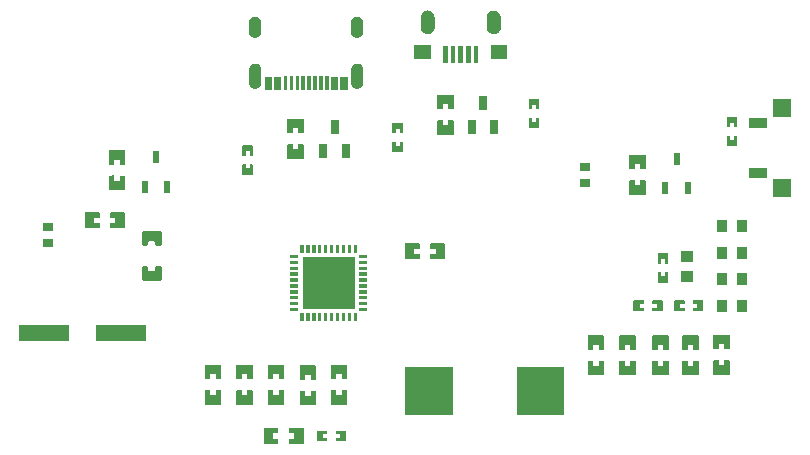
<source format=gtp>
G04 Layer: TopPasteMaskLayer*
G04 EasyEDA v6.5.1, 2022-04-03 23:05:39*
G04 0caac7c7161345fe919d254c63c90933,10*
G04 Gerber Generator version 0.2*
G04 Scale: 100 percent, Rotated: No, Reflected: No *
G04 Dimensions in millimeters *
G04 leading zeros omitted , absolute positions ,4 integer and 5 decimal *
%FSLAX45Y45*%
%MOMM*%

%ADD17R,0.9000X0.8000*%
%ADD20R,4.2000X1.4000*%
%ADD21R,0.8999X1.0000*%
%ADD23R,1.5000X1.5000*%
%ADD24R,1.5000X0.9000*%
%ADD26R,0.6000X1.0700*%
%ADD27R,0.7000X1.2500*%

%LPD*%
G36*
X6122924Y2758287D02*
G01*
X6117894Y2753309D01*
X6117894Y2638298D01*
X6122924Y2633319D01*
X6164884Y2633776D01*
X6164884Y2677820D01*
X6209893Y2677820D01*
X6209893Y2632811D01*
X6250889Y2633319D01*
X6255918Y2638298D01*
X6255918Y2753309D01*
X6250889Y2758287D01*
G37*
G36*
X6122924Y2543302D02*
G01*
X6117894Y2538323D01*
X6117894Y2423312D01*
X6122924Y2418283D01*
X6250889Y2418283D01*
X6255918Y2423312D01*
X6255918Y2538323D01*
X6250889Y2543302D01*
X6209893Y2542794D01*
X6209893Y2498801D01*
X6164884Y2498801D01*
X6164884Y2543302D01*
G37*
G36*
X6389624Y2758287D02*
G01*
X6384594Y2753309D01*
X6384594Y2638298D01*
X6389624Y2633319D01*
X6431584Y2633776D01*
X6431584Y2677820D01*
X6476593Y2677820D01*
X6476593Y2632811D01*
X6517589Y2633319D01*
X6522618Y2638298D01*
X6522618Y2753309D01*
X6517589Y2758287D01*
G37*
G36*
X6389624Y2543302D02*
G01*
X6384594Y2538323D01*
X6384594Y2423312D01*
X6389624Y2418283D01*
X6517589Y2418283D01*
X6522618Y2423312D01*
X6522618Y2538323D01*
X6517589Y2543302D01*
X6476593Y2542794D01*
X6476593Y2498801D01*
X6431584Y2498801D01*
X6431584Y2543302D01*
G37*
G36*
X6923024Y2758287D02*
G01*
X6917994Y2753309D01*
X6917994Y2638298D01*
X6923024Y2633319D01*
X6964984Y2633776D01*
X6964984Y2677820D01*
X7009993Y2677820D01*
X7009993Y2632811D01*
X7050989Y2633319D01*
X7056018Y2638298D01*
X7056018Y2753309D01*
X7050989Y2758287D01*
G37*
G36*
X6923024Y2543302D02*
G01*
X6917994Y2538323D01*
X6917994Y2423312D01*
X6923024Y2418283D01*
X7050989Y2418283D01*
X7056018Y2423312D01*
X7056018Y2538323D01*
X7050989Y2543302D01*
X7009993Y2542794D01*
X7009993Y2498801D01*
X6964984Y2498801D01*
X6964984Y2543302D01*
G37*
G36*
X2921406Y2294788D02*
G01*
X2880410Y2294280D01*
X2875381Y2289302D01*
X2875381Y2174290D01*
X2880410Y2169312D01*
X3008376Y2169312D01*
X3013405Y2174290D01*
X3013405Y2289302D01*
X3008376Y2294280D01*
X2966415Y2293823D01*
X2966415Y2249779D01*
X2921406Y2249779D01*
G37*
G36*
X2880410Y2509316D02*
G01*
X2875381Y2504287D01*
X2875381Y2389276D01*
X2880410Y2384298D01*
X2921406Y2384806D01*
X2921406Y2428798D01*
X2966415Y2428798D01*
X2966415Y2384298D01*
X3008376Y2384298D01*
X3013405Y2389276D01*
X3013405Y2504287D01*
X3008376Y2509316D01*
G37*
G36*
X3188106Y2294788D02*
G01*
X3147110Y2294280D01*
X3142081Y2289302D01*
X3142081Y2174290D01*
X3147110Y2169312D01*
X3275076Y2169312D01*
X3280105Y2174290D01*
X3280105Y2289302D01*
X3275076Y2294280D01*
X3233115Y2293823D01*
X3233115Y2249779D01*
X3188106Y2249779D01*
G37*
G36*
X3147110Y2509316D02*
G01*
X3142081Y2504287D01*
X3142081Y2389276D01*
X3147110Y2384298D01*
X3188106Y2384806D01*
X3188106Y2428798D01*
X3233115Y2428798D01*
X3233115Y2384298D01*
X3275076Y2384298D01*
X3280105Y2389276D01*
X3280105Y2504287D01*
X3275076Y2509316D01*
G37*
G36*
X3454806Y2294788D02*
G01*
X3413810Y2294280D01*
X3408781Y2289302D01*
X3408781Y2174290D01*
X3413810Y2169312D01*
X3541776Y2169312D01*
X3546805Y2174290D01*
X3546805Y2289302D01*
X3541776Y2294280D01*
X3499815Y2293823D01*
X3499815Y2249779D01*
X3454806Y2249779D01*
G37*
G36*
X3413810Y2509316D02*
G01*
X3408781Y2504287D01*
X3408781Y2389276D01*
X3413810Y2384298D01*
X3454806Y2384806D01*
X3454806Y2428798D01*
X3499815Y2428798D01*
X3499815Y2384298D01*
X3541776Y2384298D01*
X3546805Y2389276D01*
X3546805Y2504287D01*
X3541776Y2509316D01*
G37*
G36*
X2108606Y4110888D02*
G01*
X2067610Y4110380D01*
X2062581Y4105401D01*
X2062581Y3990390D01*
X2067610Y3985412D01*
X2195576Y3985412D01*
X2200605Y3990390D01*
X2200605Y4105401D01*
X2195576Y4110380D01*
X2153615Y4109923D01*
X2153615Y4065879D01*
X2108606Y4065879D01*
G37*
G36*
X2067610Y4325416D02*
G01*
X2062581Y4320387D01*
X2062581Y4205376D01*
X2067610Y4200398D01*
X2108606Y4200906D01*
X2108606Y4244898D01*
X2153615Y4244898D01*
X2153615Y4200398D01*
X2195576Y4200398D01*
X2200605Y4205376D01*
X2200605Y4320387D01*
X2195576Y4325416D01*
G37*
G36*
X2079498Y3800805D02*
G01*
X2074519Y3795776D01*
X2074976Y3753815D01*
X2119020Y3753815D01*
X2119020Y3708806D01*
X2074011Y3708806D01*
X2074519Y3667810D01*
X2079498Y3662781D01*
X2194509Y3662781D01*
X2199487Y3667810D01*
X2199487Y3795776D01*
X2194509Y3800805D01*
G37*
G36*
X1864512Y3800805D02*
G01*
X1859483Y3795776D01*
X1859483Y3667810D01*
X1864512Y3662781D01*
X1979523Y3662781D01*
X1984502Y3667810D01*
X1983993Y3708806D01*
X1940001Y3708806D01*
X1940001Y3753815D01*
X1984502Y3753815D01*
X1984502Y3795776D01*
X1979523Y3800805D01*
G37*
G36*
X6515506Y4072788D02*
G01*
X6474510Y4072280D01*
X6469481Y4067301D01*
X6469481Y3952290D01*
X6474510Y3947312D01*
X6602475Y3947312D01*
X6607505Y3952290D01*
X6607505Y4067301D01*
X6602475Y4072280D01*
X6560515Y4071823D01*
X6560515Y4027779D01*
X6515506Y4027779D01*
G37*
G36*
X6474510Y4287316D02*
G01*
X6469481Y4282287D01*
X6469481Y4167276D01*
X6474510Y4162298D01*
X6515506Y4162806D01*
X6515506Y4206798D01*
X6560515Y4206798D01*
X6560515Y4162298D01*
X6602475Y4162298D01*
X6607505Y4167276D01*
X6607505Y4282287D01*
X6602475Y4287316D01*
G37*
G36*
X3619906Y4377588D02*
G01*
X3578910Y4377080D01*
X3573881Y4372102D01*
X3573881Y4257090D01*
X3578910Y4252112D01*
X3706876Y4252112D01*
X3711905Y4257090D01*
X3711905Y4372102D01*
X3706876Y4377080D01*
X3664915Y4376623D01*
X3664915Y4332579D01*
X3619906Y4332579D01*
G37*
G36*
X3578910Y4592116D02*
G01*
X3573881Y4587087D01*
X3573881Y4472076D01*
X3578910Y4467098D01*
X3619906Y4467606D01*
X3619906Y4511598D01*
X3664915Y4511598D01*
X3664915Y4467098D01*
X3706876Y4467098D01*
X3711905Y4472076D01*
X3711905Y4587087D01*
X3706876Y4592116D01*
G37*
G36*
X3988206Y2294788D02*
G01*
X3947210Y2294280D01*
X3942181Y2289302D01*
X3942181Y2174290D01*
X3947210Y2169312D01*
X4075176Y2169312D01*
X4080205Y2174290D01*
X4080205Y2289302D01*
X4075176Y2294280D01*
X4033215Y2293823D01*
X4033215Y2249779D01*
X3988206Y2249779D01*
G37*
G36*
X3947210Y2509316D02*
G01*
X3942181Y2504287D01*
X3942181Y2389276D01*
X3947210Y2384298D01*
X3988206Y2384806D01*
X3988206Y2428798D01*
X4033215Y2428798D01*
X4033215Y2384298D01*
X4075176Y2384298D01*
X4080205Y2389276D01*
X4080205Y2504287D01*
X4075176Y2509316D01*
G37*
G36*
X4889906Y4580788D02*
G01*
X4848910Y4580280D01*
X4843881Y4575302D01*
X4843881Y4460290D01*
X4848910Y4455312D01*
X4976876Y4455312D01*
X4981905Y4460290D01*
X4981905Y4575302D01*
X4976876Y4580280D01*
X4934915Y4579823D01*
X4934915Y4535779D01*
X4889906Y4535779D01*
G37*
G36*
X4848910Y4795316D02*
G01*
X4843881Y4790287D01*
X4843881Y4675276D01*
X4848910Y4670298D01*
X4889906Y4670806D01*
X4889906Y4714798D01*
X4934915Y4714798D01*
X4934915Y4670298D01*
X4976876Y4670298D01*
X4981905Y4675276D01*
X4981905Y4790287D01*
X4976876Y4795316D01*
G37*
G36*
X6669024Y2758287D02*
G01*
X6663994Y2753309D01*
X6663994Y2638298D01*
X6669024Y2633319D01*
X6710984Y2633776D01*
X6710984Y2677820D01*
X6755993Y2677820D01*
X6755993Y2632811D01*
X6796989Y2633319D01*
X6802018Y2638298D01*
X6802018Y2753309D01*
X6796989Y2758287D01*
G37*
G36*
X6669024Y2543302D02*
G01*
X6663994Y2538323D01*
X6663994Y2423312D01*
X6669024Y2418283D01*
X6796989Y2418283D01*
X6802018Y2423312D01*
X6802018Y2538323D01*
X6796989Y2543302D01*
X6755993Y2542794D01*
X6755993Y2498801D01*
X6710984Y2498801D01*
X6710984Y2543302D01*
G37*
G36*
X2350668Y3637229D02*
G01*
X2340660Y3627272D01*
X2340660Y3526485D01*
X2350668Y3516477D01*
X2386787Y3516477D01*
X2396794Y3526485D01*
X2396794Y3547567D01*
X2406802Y3557574D01*
X2444597Y3557574D01*
X2454605Y3547567D01*
X2454605Y3526485D01*
X2464612Y3516477D01*
X2500731Y3516477D01*
X2510739Y3526485D01*
X2510739Y3627272D01*
X2500731Y3637229D01*
G37*
G36*
X2350668Y3341522D02*
G01*
X2340660Y3331514D01*
X2340660Y3230727D01*
X2350668Y3220770D01*
X2500731Y3220770D01*
X2510739Y3230727D01*
X2510739Y3331514D01*
X2500731Y3341522D01*
X2464612Y3341522D01*
X2454605Y3331514D01*
X2454605Y3310432D01*
X2444597Y3300425D01*
X2406802Y3300425D01*
X2396794Y3310432D01*
X2396794Y3331514D01*
X2386787Y3341522D01*
G37*
G36*
X6509918Y3054908D02*
G01*
X6504889Y3049879D01*
X6504889Y2969920D01*
X6509918Y2964891D01*
X6589877Y2964891D01*
X6594906Y2969920D01*
X6594906Y2992678D01*
X6557924Y2992678D01*
X6557924Y3025698D01*
X6594906Y3025698D01*
X6594906Y3049879D01*
X6589877Y3054908D01*
G37*
G36*
X6669887Y3054908D02*
G01*
X6664909Y3049879D01*
X6664909Y3025698D01*
X6702907Y3025698D01*
X6702907Y2992678D01*
X6664909Y2992678D01*
X6664909Y2969920D01*
X6669887Y2964891D01*
X6748881Y2964891D01*
X6753910Y2969920D01*
X6753910Y3049879D01*
X6748881Y3054908D01*
G37*
G36*
X6716420Y3292906D02*
G01*
X6711391Y3287877D01*
X6711391Y3207918D01*
X6716420Y3202889D01*
X6796379Y3202889D01*
X6801408Y3207918D01*
X6801408Y3287877D01*
X6796379Y3292906D01*
X6773621Y3292906D01*
X6773621Y3255873D01*
X6740601Y3255873D01*
X6740601Y3292906D01*
G37*
G36*
X6716420Y3451910D02*
G01*
X6711391Y3446881D01*
X6711391Y3367887D01*
X6716420Y3362909D01*
X6740601Y3362909D01*
X6740601Y3400907D01*
X6773621Y3400907D01*
X6773621Y3362909D01*
X6796379Y3362909D01*
X6801408Y3367887D01*
X6801408Y3446881D01*
X6796379Y3451910D01*
G37*
G36*
X7300620Y4607610D02*
G01*
X7295591Y4602581D01*
X7295591Y4522622D01*
X7300620Y4517593D01*
X7323378Y4517593D01*
X7323378Y4554626D01*
X7356398Y4554626D01*
X7356398Y4517593D01*
X7380579Y4517593D01*
X7385608Y4522622D01*
X7385608Y4602581D01*
X7380579Y4607610D01*
G37*
G36*
X7300620Y4447590D02*
G01*
X7295591Y4442612D01*
X7295591Y4363618D01*
X7300620Y4358589D01*
X7380579Y4358589D01*
X7385608Y4363618D01*
X7385608Y4442612D01*
X7380579Y4447590D01*
X7356398Y4447590D01*
X7356398Y4409592D01*
X7323378Y4409592D01*
X7323378Y4447590D01*
G37*
G36*
X6852818Y3054908D02*
G01*
X6847789Y3049879D01*
X6847789Y2969920D01*
X6852818Y2964891D01*
X6932777Y2964891D01*
X6937806Y2969920D01*
X6937806Y2992678D01*
X6900824Y2992678D01*
X6900824Y3025698D01*
X6937806Y3025698D01*
X6937806Y3049879D01*
X6932777Y3054908D01*
G37*
G36*
X7012787Y3054908D02*
G01*
X7007809Y3049879D01*
X7007809Y3025698D01*
X7045807Y3025698D01*
X7045807Y2992678D01*
X7007809Y2992678D01*
X7007809Y2969920D01*
X7012787Y2964891D01*
X7091781Y2964891D01*
X7096810Y2969920D01*
X7096810Y3049879D01*
X7091781Y3054908D01*
G37*
G36*
X3198520Y4207306D02*
G01*
X3193491Y4202277D01*
X3193491Y4122318D01*
X3198520Y4117289D01*
X3278479Y4117289D01*
X3283508Y4122318D01*
X3283508Y4202277D01*
X3278479Y4207306D01*
X3255721Y4207306D01*
X3255721Y4170273D01*
X3222701Y4170273D01*
X3222701Y4207306D01*
G37*
G36*
X3198520Y4366310D02*
G01*
X3193491Y4361281D01*
X3193491Y4282287D01*
X3198520Y4277309D01*
X3222701Y4277309D01*
X3222701Y4315307D01*
X3255721Y4315307D01*
X3255721Y4277309D01*
X3278479Y4277309D01*
X3283508Y4282287D01*
X3283508Y4361281D01*
X3278479Y4366310D01*
G37*
G36*
X4468520Y4397806D02*
G01*
X4463491Y4392777D01*
X4463491Y4312818D01*
X4468520Y4307789D01*
X4548479Y4307789D01*
X4553508Y4312818D01*
X4553508Y4392777D01*
X4548479Y4397806D01*
X4525721Y4397806D01*
X4525721Y4360773D01*
X4492701Y4360773D01*
X4492701Y4397806D01*
G37*
G36*
X4468520Y4556810D02*
G01*
X4463491Y4551781D01*
X4463491Y4472787D01*
X4468520Y4467809D01*
X4492701Y4467809D01*
X4492701Y4505807D01*
X4525721Y4505807D01*
X4525721Y4467809D01*
X4548479Y4467809D01*
X4553508Y4472787D01*
X4553508Y4551781D01*
X4548479Y4556810D01*
G37*
G36*
X5624220Y4760010D02*
G01*
X5619191Y4754981D01*
X5619191Y4675022D01*
X5624220Y4669993D01*
X5646978Y4669993D01*
X5646978Y4707026D01*
X5679998Y4707026D01*
X5679998Y4669993D01*
X5704179Y4669993D01*
X5709208Y4675022D01*
X5709208Y4754981D01*
X5704179Y4760010D01*
G37*
G36*
X5624220Y4599990D02*
G01*
X5619191Y4595012D01*
X5619191Y4516018D01*
X5624220Y4510989D01*
X5704179Y4510989D01*
X5709208Y4516018D01*
X5709208Y4595012D01*
X5704179Y4599990D01*
X5679998Y4599990D01*
X5679998Y4561992D01*
X5646978Y4561992D01*
X5646978Y4599990D01*
G37*
G36*
X3989222Y1950008D02*
G01*
X3984193Y1944979D01*
X3984193Y1922221D01*
X4021175Y1922221D01*
X4021175Y1889201D01*
X3984193Y1889201D01*
X3984193Y1865020D01*
X3989222Y1859991D01*
X4069181Y1859991D01*
X4074210Y1865020D01*
X4074210Y1944979D01*
X4069181Y1950008D01*
G37*
G36*
X3830218Y1950008D02*
G01*
X3825189Y1944979D01*
X3825189Y1865020D01*
X3830218Y1859991D01*
X3909212Y1859991D01*
X3914190Y1865020D01*
X3914190Y1889201D01*
X3876192Y1889201D01*
X3876192Y1922221D01*
X3914190Y1922221D01*
X3914190Y1944979D01*
X3909212Y1950008D01*
G37*
G36*
X3544112Y4952085D02*
G01*
X3544112Y4837125D01*
X3574135Y4837125D01*
X3574135Y4952085D01*
G37*
G36*
X3594150Y4952136D02*
G01*
X3594150Y4837125D01*
X3624122Y4837125D01*
X3624122Y4952136D01*
G37*
G36*
X3644137Y4952085D02*
G01*
X3644137Y4837125D01*
X3674110Y4837125D01*
X3674110Y4952085D01*
G37*
G36*
X3694125Y4952085D02*
G01*
X3694125Y4837125D01*
X3724148Y4837125D01*
X3724148Y4952085D01*
G37*
G36*
X3744112Y4952085D02*
G01*
X3744112Y4837125D01*
X3774135Y4837125D01*
X3774135Y4952085D01*
G37*
G36*
X3794150Y4952085D02*
G01*
X3794150Y4837125D01*
X3824122Y4837125D01*
X3824122Y4952085D01*
G37*
G36*
X3844137Y4952085D02*
G01*
X3844137Y4837125D01*
X3874109Y4837125D01*
X3874109Y4952085D01*
G37*
G36*
X3894124Y4952085D02*
G01*
X3894124Y4837125D01*
X3924147Y4837125D01*
X3924147Y4952085D01*
G37*
G36*
X3299815Y5057800D02*
G01*
X3293414Y5057394D01*
X3287115Y5056124D01*
X3281070Y5054092D01*
X3275279Y5051247D01*
X3269996Y5047691D01*
X3265170Y5043424D01*
X3260902Y5038648D01*
X3257346Y5033314D01*
X3254552Y5027574D01*
X3252470Y5021478D01*
X3251200Y5015179D01*
X3250793Y5008778D01*
X3251301Y5008676D01*
X3251809Y5007813D01*
X3251911Y4887722D01*
X3252724Y4881626D01*
X3254400Y4875733D01*
X3256838Y4870094D01*
X3260039Y4864862D01*
X3263900Y4860086D01*
X3268421Y4855870D01*
X3273399Y4852365D01*
X3278886Y4849520D01*
X3284677Y4847488D01*
X3287623Y4846726D01*
X3293719Y4845913D01*
X3305810Y4845812D01*
X3311906Y4846218D01*
X3314954Y4846726D01*
X3320846Y4848402D01*
X3326485Y4850841D01*
X3331768Y4854041D01*
X3336493Y4857902D01*
X3340709Y4862423D01*
X3344265Y4867402D01*
X3347059Y4872888D01*
X3348228Y4875733D01*
X3349853Y4881626D01*
X3350717Y4887722D01*
X3352800Y5010810D01*
X3352342Y5017211D01*
X3351834Y5020360D01*
X3350107Y5026558D01*
X3347516Y5032400D01*
X3344214Y5037886D01*
X3340150Y5042865D01*
X3335477Y5047234D01*
X3330244Y5050942D01*
X3324504Y5053888D01*
X3321558Y5055108D01*
X3315360Y5056835D01*
X3309010Y5057698D01*
G37*
G36*
X3295802Y5456783D02*
G01*
X3289655Y5456377D01*
X3283661Y5455107D01*
X3277870Y5453075D01*
X3272434Y5450230D01*
X3267405Y5446725D01*
X3262934Y5442508D01*
X3259023Y5437733D01*
X3255822Y5432501D01*
X3253384Y5426862D01*
X3251758Y5420969D01*
X3250895Y5414873D01*
X3250793Y5322824D01*
X3251250Y5316524D01*
X3251758Y5313426D01*
X3253435Y5307380D01*
X3255975Y5301640D01*
X3259226Y5296255D01*
X3263188Y5291378D01*
X3267760Y5287111D01*
X3272891Y5283504D01*
X3278479Y5280609D01*
X3281375Y5279440D01*
X3287420Y5277764D01*
X3290519Y5277205D01*
X3296818Y5276799D01*
X3308858Y5276900D01*
X3314954Y5277764D01*
X3320846Y5279390D01*
X3326485Y5281828D01*
X3331768Y5285028D01*
X3336493Y5288889D01*
X3340709Y5293410D01*
X3344265Y5298440D01*
X3347059Y5303875D01*
X3348228Y5306720D01*
X3349853Y5312664D01*
X3350717Y5318709D01*
X3351784Y5408777D01*
X3351377Y5415076D01*
X3350158Y5421223D01*
X3348126Y5427167D01*
X3345383Y5432806D01*
X3341878Y5438038D01*
X3337763Y5442762D01*
X3333038Y5446877D01*
X3327806Y5450382D01*
X3322167Y5453126D01*
X3316224Y5455158D01*
X3310077Y5456377D01*
X3303778Y5456783D01*
G37*
G36*
X4159808Y5456783D02*
G01*
X4153662Y5456377D01*
X4147667Y5455158D01*
X4141876Y5453075D01*
X4136440Y5450230D01*
X4131411Y5446725D01*
X4126890Y5442508D01*
X4123029Y5437733D01*
X4119829Y5432501D01*
X4117390Y5426862D01*
X4115714Y5420969D01*
X4114901Y5414873D01*
X4114800Y5322824D01*
X4115206Y5316524D01*
X4116527Y5310378D01*
X4117441Y5307380D01*
X4119930Y5301640D01*
X4123232Y5296255D01*
X4127195Y5291378D01*
X4131767Y5287111D01*
X4136898Y5283504D01*
X4142486Y5280609D01*
X4145381Y5279440D01*
X4151426Y5277764D01*
X4154525Y5277205D01*
X4160824Y5276799D01*
X4172864Y5276900D01*
X4178960Y5277764D01*
X4184853Y5279390D01*
X4190492Y5281828D01*
X4195724Y5285028D01*
X4200499Y5288889D01*
X4204716Y5293410D01*
X4208221Y5298440D01*
X4211066Y5303875D01*
X4213148Y5309666D01*
X4214368Y5315661D01*
X4214774Y5321808D01*
X4215790Y5408777D01*
X4215384Y5415076D01*
X4214164Y5421223D01*
X4212132Y5427167D01*
X4209389Y5432806D01*
X4205884Y5438038D01*
X4201718Y5442762D01*
X4197045Y5446877D01*
X4191812Y5450382D01*
X4186174Y5453126D01*
X4180230Y5455158D01*
X4174083Y5456377D01*
X4167784Y5456783D01*
G37*
G36*
X4163822Y5057800D02*
G01*
X4157421Y5057394D01*
X4154220Y5056886D01*
X4148074Y5055209D01*
X4142130Y5052771D01*
X4136593Y5049520D01*
X4133951Y5047691D01*
X4129176Y5043474D01*
X4124909Y5038648D01*
X4121353Y5033314D01*
X4118508Y5027574D01*
X4116476Y5021478D01*
X4115206Y5015179D01*
X4114800Y5008778D01*
X4115308Y5008676D01*
X4115815Y5007813D01*
X4115917Y4887722D01*
X4116730Y4881626D01*
X4118406Y4875733D01*
X4120845Y4870094D01*
X4124045Y4864862D01*
X4127906Y4860086D01*
X4132427Y4855921D01*
X4137406Y4852365D01*
X4142892Y4849520D01*
X4148683Y4847488D01*
X4151629Y4846726D01*
X4157726Y4845913D01*
X4169816Y4845812D01*
X4175912Y4846218D01*
X4178960Y4846726D01*
X4184853Y4848402D01*
X4190492Y4850841D01*
X4195775Y4854041D01*
X4200499Y4857902D01*
X4204716Y4862423D01*
X4208272Y4867402D01*
X4211066Y4872888D01*
X4213148Y4878679D01*
X4214368Y4884674D01*
X4214825Y4890820D01*
X4216806Y5010810D01*
X4216349Y5017211D01*
X4215841Y5020360D01*
X4214063Y5026558D01*
X4211523Y5032400D01*
X4208221Y5037886D01*
X4204157Y5042865D01*
X4199483Y5047284D01*
X4194200Y5050942D01*
X4188510Y5053888D01*
X4185564Y5055108D01*
X4179366Y5056835D01*
X4173016Y5057698D01*
G37*
G36*
X3463798Y4942789D02*
G01*
X3463798Y4837074D01*
X3523792Y4837074D01*
X3523792Y4942789D01*
G37*
G36*
X3383787Y4942789D02*
G01*
X3383787Y4837074D01*
X3443782Y4837074D01*
X3443833Y4942789D01*
G37*
G36*
X4023817Y4942789D02*
G01*
X4023817Y4837074D01*
X4083812Y4837074D01*
X4083812Y4942789D01*
G37*
G36*
X3943807Y4942789D02*
G01*
X3943807Y4837074D01*
X4003801Y4837074D01*
X4003801Y4942789D01*
G37*
G36*
X4646879Y5218023D02*
G01*
X4646879Y5098034D01*
X4786934Y5098034D01*
X4786934Y5218023D01*
G37*
G36*
X5296865Y5218023D02*
G01*
X5296865Y5098034D01*
X5436920Y5098034D01*
X5436920Y5218023D01*
G37*
G36*
X4891836Y5202986D02*
G01*
X4891836Y5062982D01*
X4931867Y5062982D01*
X4931867Y5202986D01*
G37*
G36*
X4956911Y5202986D02*
G01*
X4956911Y5062982D01*
X4996840Y5062982D01*
X4996840Y5202986D01*
G37*
G36*
X5021884Y5202986D02*
G01*
X5021884Y5062982D01*
X5061915Y5062982D01*
X5061915Y5202986D01*
G37*
G36*
X5086959Y5202986D02*
G01*
X5086959Y5062982D01*
X5126888Y5062982D01*
X5126888Y5202986D01*
G37*
G36*
X5151932Y5202986D02*
G01*
X5151932Y5062982D01*
X5191963Y5062982D01*
X5191963Y5202986D01*
G37*
G36*
X5320131Y5507939D02*
G01*
X5313019Y5507329D01*
X5306110Y5505856D01*
X5299354Y5503570D01*
X5292953Y5500522D01*
X5286908Y5496712D01*
X5281422Y5492242D01*
X5276443Y5487162D01*
X5272125Y5481472D01*
X5268518Y5475376D01*
X5265674Y5468874D01*
X5263591Y5462066D01*
X5262321Y5455056D01*
X5261914Y5447995D01*
X5262016Y5364429D01*
X5262829Y5357368D01*
X5264505Y5350459D01*
X5266994Y5343753D01*
X5270246Y5337454D01*
X5274208Y5331561D01*
X5278831Y5326176D01*
X5284114Y5321350D01*
X5289854Y5317236D01*
X5296103Y5313781D01*
X5302707Y5311140D01*
X5306110Y5310073D01*
X5313019Y5308600D01*
X5320131Y5307990D01*
X5327243Y5308193D01*
X5334254Y5309260D01*
X5337708Y5310073D01*
X5344464Y5312359D01*
X5350865Y5315407D01*
X5356860Y5319217D01*
X5362397Y5323687D01*
X5367324Y5328818D01*
X5369610Y5331561D01*
X5373573Y5337454D01*
X5376824Y5343753D01*
X5379262Y5350459D01*
X5380228Y5353862D01*
X5381498Y5360873D01*
X5381904Y5367985D01*
X5381802Y5451551D01*
X5380939Y5458561D01*
X5380228Y5462066D01*
X5378145Y5468874D01*
X5376824Y5472176D01*
X5373573Y5478475D01*
X5369610Y5484368D01*
X5364937Y5489752D01*
X5359704Y5494578D01*
X5353913Y5498693D01*
X5347716Y5502148D01*
X5341112Y5504789D01*
X5337708Y5505856D01*
X5330748Y5507329D01*
X5323687Y5507939D01*
G37*
G36*
X4760112Y5507990D02*
G01*
X4756556Y5507786D01*
X4749546Y5506720D01*
X4742688Y5504840D01*
X4739335Y5503621D01*
X4732934Y5500522D01*
X4726940Y5496763D01*
X4721402Y5492292D01*
X4716475Y5487162D01*
X4714189Y5484418D01*
X4710226Y5478526D01*
X4706975Y5472176D01*
X4704537Y5465521D01*
X4703572Y5462117D01*
X4702302Y5455107D01*
X4701895Y5447995D01*
X4701997Y5364429D01*
X4702860Y5357368D01*
X4704537Y5350459D01*
X4706975Y5343804D01*
X4710226Y5337505D01*
X4714189Y5331612D01*
X4718862Y5326227D01*
X4724095Y5321401D01*
X4729886Y5317286D01*
X4736084Y5313832D01*
X4742688Y5311140D01*
X4749546Y5309311D01*
X4756556Y5308244D01*
X4763668Y5308041D01*
X4770780Y5308650D01*
X4777689Y5310124D01*
X4781092Y5311140D01*
X4787696Y5313832D01*
X4793945Y5317286D01*
X4799685Y5321401D01*
X4804968Y5326227D01*
X4809591Y5331612D01*
X4811674Y5334457D01*
X4815281Y5340604D01*
X4818126Y5347106D01*
X4819294Y5350459D01*
X4820970Y5357368D01*
X4821783Y5364429D01*
X4821885Y5447995D01*
X4821478Y5455107D01*
X4820208Y5462117D01*
X4819294Y5465521D01*
X4816805Y5472176D01*
X4813554Y5478526D01*
X4809591Y5484418D01*
X4804968Y5489803D01*
X4799685Y5494578D01*
X4793945Y5498744D01*
X4787696Y5502148D01*
X4784445Y5503621D01*
X4777689Y5505856D01*
X4770780Y5507329D01*
X4763668Y5507990D01*
G37*
G36*
X3684524Y2504287D02*
G01*
X3679494Y2499309D01*
X3679494Y2384298D01*
X3684524Y2379319D01*
X3726484Y2379776D01*
X3726484Y2423820D01*
X3771493Y2423820D01*
X3771493Y2378811D01*
X3812489Y2379319D01*
X3817518Y2384298D01*
X3817518Y2499309D01*
X3812489Y2504287D01*
G37*
G36*
X3684524Y2289302D02*
G01*
X3679494Y2284323D01*
X3679494Y2169312D01*
X3684524Y2164283D01*
X3812489Y2164283D01*
X3817518Y2169312D01*
X3817518Y2284323D01*
X3812489Y2289302D01*
X3771493Y2288794D01*
X3771493Y2244801D01*
X3726484Y2244801D01*
X3726484Y2289302D01*
G37*
G36*
X4574590Y3538118D02*
G01*
X4569612Y3533089D01*
X4569612Y3405124D01*
X4574590Y3400094D01*
X4689602Y3400094D01*
X4694580Y3405124D01*
X4694123Y3447084D01*
X4650079Y3447084D01*
X4650079Y3492093D01*
X4695088Y3492093D01*
X4694580Y3533089D01*
X4689602Y3538118D01*
G37*
G36*
X4789576Y3538118D02*
G01*
X4784598Y3533089D01*
X4785106Y3492093D01*
X4829098Y3492093D01*
X4829098Y3447084D01*
X4784598Y3447084D01*
X4784598Y3405124D01*
X4789576Y3400094D01*
X4904587Y3400094D01*
X4909616Y3405124D01*
X4909616Y3533089D01*
X4904587Y3538118D01*
G37*
G36*
X7226706Y2548788D02*
G01*
X7185710Y2548280D01*
X7180681Y2543302D01*
X7180681Y2428290D01*
X7185710Y2423312D01*
X7313675Y2423312D01*
X7318705Y2428290D01*
X7318705Y2543302D01*
X7313675Y2548280D01*
X7271715Y2547823D01*
X7271715Y2503779D01*
X7226706Y2503779D01*
G37*
G36*
X7185710Y2763316D02*
G01*
X7180681Y2758287D01*
X7180681Y2643276D01*
X7185710Y2638298D01*
X7226706Y2638806D01*
X7226706Y2682798D01*
X7271715Y2682798D01*
X7271715Y2638298D01*
X7313675Y2638298D01*
X7318705Y2643276D01*
X7318705Y2758287D01*
X7313675Y2763316D01*
G37*
G36*
X3378301Y1973986D02*
G01*
X3373272Y1969007D01*
X3373272Y1840992D01*
X3378301Y1836013D01*
X3493312Y1836013D01*
X3498291Y1840992D01*
X3497783Y1883003D01*
X3453790Y1883003D01*
X3453790Y1928012D01*
X3498799Y1928012D01*
X3498291Y1969007D01*
X3493312Y1973986D01*
G37*
G36*
X3593287Y1973986D02*
G01*
X3588308Y1969007D01*
X3588816Y1928012D01*
X3632809Y1928012D01*
X3632809Y1883003D01*
X3588308Y1883003D01*
X3588308Y1840992D01*
X3593287Y1836013D01*
X3708298Y1836013D01*
X3713276Y1840992D01*
X3713276Y1969007D01*
X3708298Y1973986D01*
G37*
D17*
G01*
X1549400Y3676802D03*
G01*
X1549400Y3536797D03*
G01*
X6096000Y4184802D03*
G01*
X6096000Y4044797D03*
D20*
G01*
X2168220Y2781300D03*
G01*
X1514779Y2781300D03*
D21*
G01*
X7425588Y3009900D03*
G01*
X7255586Y3009900D03*
G01*
X7425588Y3238500D03*
G01*
X7255586Y3238500D03*
G01*
X7425588Y3454400D03*
G01*
X7255586Y3454400D03*
G01*
X7425588Y3683000D03*
G01*
X7255586Y3683000D03*
G36*
X6909600Y3470087D02*
G01*
X7009599Y3470087D01*
X7009599Y3380094D01*
X6909600Y3380094D01*
G37*
G36*
X6909600Y3300087D02*
G01*
X7009599Y3300087D01*
X7009599Y3210095D01*
X6909600Y3210095D01*
G37*
D23*
G01*
X7760588Y4008399D03*
G01*
X7760588Y4678400D03*
D24*
G01*
X7555611Y4133392D03*
G01*
X7555611Y4553407D03*
G36*
X4570100Y2491000D02*
G01*
X4975100Y2491000D01*
X4975100Y2080999D01*
X4570100Y2080999D01*
G37*
G36*
X5515099Y2491000D02*
G01*
X5920099Y2491000D01*
X5920099Y2080999D01*
X5515099Y2080999D01*
G37*
D26*
G01*
X2368804Y4016705D03*
G01*
X2558795Y4016705D03*
G01*
X2463800Y4263694D03*
G01*
X6775704Y4004005D03*
G01*
X6965695Y4004005D03*
G01*
X6870700Y4250994D03*
D27*
G01*
X3880104Y4319600D03*
G01*
X4070095Y4319600D03*
G01*
X3975100Y4519599D03*
G01*
X5137404Y4522800D03*
G01*
X5327395Y4522800D03*
G01*
X5232400Y4722799D03*
G36*
X3685301Y2876400D02*
G01*
X3685301Y2942899D01*
X3713299Y2942899D01*
X3713299Y2876400D01*
G37*
G36*
X3735301Y2876400D02*
G01*
X3735301Y2942899D01*
X3763299Y2942899D01*
X3763299Y2876400D01*
G37*
G36*
X3785301Y2876400D02*
G01*
X3785301Y2942899D01*
X3813299Y2942899D01*
X3813299Y2876400D01*
G37*
G36*
X3835300Y2876400D02*
G01*
X3835300Y2942899D01*
X3863299Y2942899D01*
X3863299Y2876400D01*
G37*
G36*
X3885300Y2876400D02*
G01*
X3885300Y2942899D01*
X3913299Y2942899D01*
X3913299Y2876400D01*
G37*
G36*
X3935300Y2876400D02*
G01*
X3935300Y2942899D01*
X3963299Y2942899D01*
X3963299Y2876400D01*
G37*
G36*
X3985300Y2876400D02*
G01*
X3985300Y2942899D01*
X4013299Y2942899D01*
X4013299Y2876400D01*
G37*
G36*
X4035300Y2876400D02*
G01*
X4035300Y2942899D01*
X4063298Y2942899D01*
X4063298Y2876400D01*
G37*
G36*
X4085300Y2876400D02*
G01*
X4085300Y2942899D01*
X4113298Y2942899D01*
X4113298Y2876400D01*
G37*
G36*
X4135300Y2876400D02*
G01*
X4135300Y2942899D01*
X4163298Y2942899D01*
X4163298Y2876400D01*
G37*
G36*
X4248299Y2961401D02*
G01*
X4248299Y2989399D01*
X4181800Y2989399D01*
X4181800Y2961401D01*
G37*
G36*
X4248299Y3011401D02*
G01*
X4248299Y3039399D01*
X4181800Y3039399D01*
X4181800Y3011401D01*
G37*
G36*
X4248299Y3061401D02*
G01*
X4248299Y3089399D01*
X4181800Y3089399D01*
X4181800Y3061401D01*
G37*
G36*
X4248299Y3111400D02*
G01*
X4248299Y3139399D01*
X4181800Y3139399D01*
X4181800Y3111400D01*
G37*
G36*
X4248299Y3161400D02*
G01*
X4248299Y3189399D01*
X4181800Y3189399D01*
X4181800Y3161400D01*
G37*
G36*
X4248299Y3211400D02*
G01*
X4248299Y3239399D01*
X4181800Y3239399D01*
X4181800Y3211400D01*
G37*
G36*
X4248299Y3261400D02*
G01*
X4248299Y3289399D01*
X4181800Y3289399D01*
X4181800Y3261400D01*
G37*
G36*
X4248299Y3311400D02*
G01*
X4248299Y3339398D01*
X4181800Y3339398D01*
X4181800Y3311400D01*
G37*
G36*
X4248299Y3361400D02*
G01*
X4248299Y3389398D01*
X4181800Y3389398D01*
X4181800Y3361400D01*
G37*
G36*
X4248299Y3411400D02*
G01*
X4248299Y3439398D01*
X4181800Y3439398D01*
X4181800Y3411400D01*
G37*
G36*
X4135300Y3524399D02*
G01*
X4135300Y3457900D01*
X4163298Y3457900D01*
X4163298Y3524399D01*
G37*
G36*
X4085300Y3524399D02*
G01*
X4085300Y3457900D01*
X4113298Y3457900D01*
X4113298Y3524399D01*
G37*
G36*
X4035300Y3524399D02*
G01*
X4035300Y3457900D01*
X4063298Y3457900D01*
X4063298Y3524399D01*
G37*
G36*
X3985300Y3524399D02*
G01*
X3985300Y3457900D01*
X4013299Y3457900D01*
X4013299Y3524399D01*
G37*
G36*
X3935300Y3524399D02*
G01*
X3935300Y3457900D01*
X3963299Y3457900D01*
X3963299Y3524399D01*
G37*
G36*
X3885300Y3524399D02*
G01*
X3885300Y3457900D01*
X3913299Y3457900D01*
X3913299Y3524399D01*
G37*
G36*
X3835300Y3524399D02*
G01*
X3835300Y3457900D01*
X3863299Y3457900D01*
X3863299Y3524399D01*
G37*
G36*
X3785301Y3524399D02*
G01*
X3785301Y3457900D01*
X3813299Y3457900D01*
X3813299Y3524399D01*
G37*
G36*
X3735301Y3524399D02*
G01*
X3735301Y3457900D01*
X3763299Y3457900D01*
X3763299Y3524399D01*
G37*
G36*
X3685301Y3524399D02*
G01*
X3685301Y3457900D01*
X3713299Y3457900D01*
X3713299Y3524399D01*
G37*
G36*
X3666799Y3411400D02*
G01*
X3666799Y3439398D01*
X3600300Y3439398D01*
X3600300Y3411400D01*
G37*
G36*
X3666799Y3361400D02*
G01*
X3666799Y3389398D01*
X3600300Y3389398D01*
X3600300Y3361400D01*
G37*
G36*
X3666799Y3311400D02*
G01*
X3666799Y3339398D01*
X3600300Y3339398D01*
X3600300Y3311400D01*
G37*
G36*
X3666799Y3261400D02*
G01*
X3666799Y3289399D01*
X3600300Y3289399D01*
X3600300Y3261400D01*
G37*
G36*
X3666799Y3211400D02*
G01*
X3666799Y3239399D01*
X3600300Y3239399D01*
X3600300Y3211400D01*
G37*
G36*
X3666799Y3161400D02*
G01*
X3666799Y3189399D01*
X3600300Y3189399D01*
X3600300Y3161400D01*
G37*
G36*
X3666799Y3111400D02*
G01*
X3666799Y3139399D01*
X3600300Y3139399D01*
X3600300Y3111400D01*
G37*
G36*
X3666799Y3061401D02*
G01*
X3666799Y3089399D01*
X3600300Y3089399D01*
X3600300Y3061401D01*
G37*
G36*
X3666799Y3011401D02*
G01*
X3666799Y3039399D01*
X3600300Y3039399D01*
X3600300Y3011401D01*
G37*
G36*
X3666799Y2961401D02*
G01*
X3666799Y2989399D01*
X3600300Y2989399D01*
X3600300Y2961401D01*
G37*
G36*
X3703299Y2979399D02*
G01*
X3703299Y3421400D01*
X4145300Y3421400D01*
X4145300Y2979399D01*
G37*
M02*

</source>
